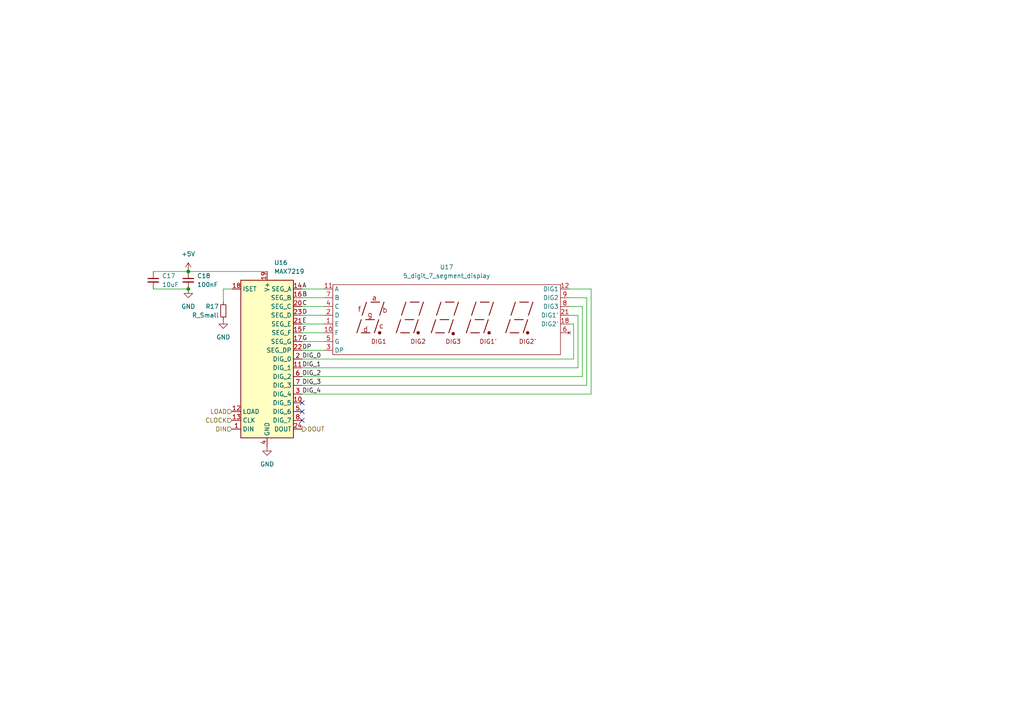
<source format=kicad_sch>
(kicad_sch (version 20211123) (generator eeschema)
  (paper "A4")
  (lib_symbols
    (symbol "Device:C_Small" (pin_numbers hide) (pin_names (offset 0.254) hide)
      (property "Reference" "C" (at 0.254 1.778 0))
      (property "Value" "C_Small" (at 0.254 -2.032 0))
      (symbol "C_Small_0_1"
        (polyline (pts (xy -1.524 -0.508) (xy 1.524 -0.508)) (stroke (width 0.3302)))
        (polyline (pts (xy -1.524 0.508) (xy 1.524 0.508)) (stroke (width 0.3048)))
      )
      (symbol "C_Small_1_1"
        (pin passive line (at 0 2.54 270) (length 2.032) (name "~") (number "1"))
        (pin passive line (at 0 -2.54 90) (length 2.032) (name "~") (number "2"))
      )
    )
    (symbol "Device:R_Small" (pin_numbers hide) (pin_names (offset 0.254) hide)
      (property "Reference" "R" (at 0.762 0.508 0))
      (property "Value" "R_Small" (at 0.762 -1.016 0))
      (symbol "R_Small_0_1"
        (rectangle (start -0.762 1.778) (end 0.762 -1.778) (stroke (width 0.2032)))
      )
      (symbol "R_Small_1_1"
        (pin passive line (at 0 2.54 270) (length 0.762) (name "~") (number "1"))
        (pin passive line (at 0 -2.54 90) (length 0.762) (name "~") (number "2"))
      )
    )
    (symbol "Driver_LED:MAX7219"
      (property "Reference" "U" (at -6.35 24.13 0))
      (property "Value" "MAX7219" (at 1.27 25.4 0))
      (symbol "MAX7219_0_1"
        (rectangle (start -7.62 22.86) (end 7.62 -22.86) (stroke (width 0.254)) (fill (type background)))
      )
      (symbol "MAX7219_1_1"
        (pin input line (at -10.16 -20.32 0) (length 2.54) (name "DIN") (number "1"))
        (pin output line (at 10.16 -12.7 180) (length 2.54) (name "DIG_5") (number "10"))
        (pin output line (at 10.16 -2.54 180) (length 2.54) (name "DIG_1") (number "11"))
        (pin input line (at -10.16 -15.24 0) (length 2.54) (name "LOAD") (number "12"))
        (pin input line (at -10.16 -17.78 0) (length 2.54) (name "CLK") (number "13"))
        (pin output line (at 10.16 20.32 180) (length 2.54) (name "SEG_A") (number "14"))
        (pin output line (at 10.16 7.62 180) (length 2.54) (name "SEG_F") (number "15"))
        (pin output line (at 10.16 17.78 180) (length 2.54) (name "SEG_B") (number "16"))
        (pin output line (at 10.16 5.08 180) (length 2.54) (name "SEG_G") (number "17"))
        (pin input line (at -10.16 20.32 0) (length 2.54) (name "ISET") (number "18"))
        (pin power_in line (at 0 25.4 270) (length 2.54) (name "V+") (number "19"))
        (pin output line (at 10.16 0 180) (length 2.54) (name "DIG_0") (number "2"))
        (pin output line (at 10.16 15.24 180) (length 2.54) (name "SEG_C") (number "20"))
        (pin output line (at 10.16 10.16 180) (length 2.54) (name "SEG_E") (number "21"))
        (pin output line (at 10.16 2.54 180) (length 2.54) (name "SEG_DP") (number "22"))
        (pin output line (at 10.16 12.7 180) (length 2.54) (name "SEG_D") (number "23"))
        (pin output line (at 10.16 -20.32 180) (length 2.54) (name "DOUT") (number "24"))
        (pin output line (at 10.16 -10.16 180) (length 2.54) (name "DIG_4") (number "3"))
        (pin power_in line (at 0 -25.4 90) (length 2.54) (name "GND") (number "4"))
        (pin output line (at 10.16 -15.24 180) (length 2.54) (name "DIG_6") (number "5"))
        (pin output line (at 10.16 -5.08 180) (length 2.54) (name "DIG_2") (number "6"))
        (pin output line (at 10.16 -7.62 180) (length 2.54) (name "DIG_3") (number "7"))
        (pin output line (at 10.16 -17.78 180) (length 2.54) (name "DIG_7") (number "8"))
        (pin passive line (at 0 -25.4 90) (length 2.54) hide (name "GND") (number "9"))
      )
    )
    (symbol "Generic-radio-stack:5_digit_7_segment_display"
      (property "Reference" "U" (at 0 -11.43 0))
      (property "Value" "5_digit_7_segment_display" (at 0 11.43 0))
      (symbol "5_digit_7_segment_display_0_0"
        (polyline (pts (xy -26.035 -3.81) (xy -24.765 0)) (stroke (width 0.254)))
        (polyline (pts (xy -24.765 -3.81) (xy -22.225 -3.81)) (stroke (width 0.254)))
        (polyline (pts (xy -24.511 1.27) (xy -23.241 5.08)) (stroke (width 0.254)))
        (polyline (pts (xy -23.495 0) (xy -20.955 0)) (stroke (width 0.254)))
        (polyline (pts (xy -21.971 5.08) (xy -19.431 5.08)) (stroke (width 0.254)))
        (polyline (pts (xy -20.955 -3.81) (xy -19.685 0)) (stroke (width 0.254)))
        (polyline (pts (xy -19.431 1.27) (xy -18.161 5.08)) (stroke (width 0.254)))
        (polyline (pts (xy -14.605 -3.81) (xy -13.335 0)) (stroke (width 0.254)))
        (polyline (pts (xy -13.335 -3.81) (xy -10.795 -3.81)) (stroke (width 0.254)))
        (polyline (pts (xy -13.081 1.27) (xy -11.811 5.08)) (stroke (width 0.254)))
        (polyline (pts (xy -12.065 0) (xy -9.525 0)) (stroke (width 0.254)))
        (polyline (pts (xy -10.541 5.08) (xy -8.001 5.08)) (stroke (width 0.254)))
        (polyline (pts (xy -9.525 -3.81) (xy -8.255 0)) (stroke (width 0.254)))
        (polyline (pts (xy -8.001 1.27) (xy -6.731 5.08)) (stroke (width 0.254)))
        (polyline (pts (xy -4.445 -3.81) (xy -3.175 0)) (stroke (width 0.254)))
        (polyline (pts (xy -3.175 -3.81) (xy -0.635 -3.81)) (stroke (width 0.254)))
        (polyline (pts (xy -2.921 1.27) (xy -1.651 5.08)) (stroke (width 0.254)))
        (polyline (pts (xy -1.905 0) (xy 0.635 0)) (stroke (width 0.254)))
        (polyline (pts (xy -0.381 5.08) (xy 2.159 5.08)) (stroke (width 0.254)))
        (polyline (pts (xy 0.635 -3.81) (xy 1.905 0)) (stroke (width 0.254)))
        (polyline (pts (xy 2.159 1.27) (xy 3.429 5.08)) (stroke (width 0.254)))
        (polyline (pts (xy 5.715 -3.81) (xy 6.985 0)) (stroke (width 0.254)))
        (polyline (pts (xy 6.985 -3.81) (xy 9.525 -3.81)) (stroke (width 0.254)))
        (polyline (pts (xy 7.239 1.27) (xy 8.509 5.08)) (stroke (width 0.254)))
        (polyline (pts (xy 8.255 0) (xy 10.795 0)) (stroke (width 0.254)))
        (polyline (pts (xy 9.779 5.08) (xy 12.319 5.08)) (stroke (width 0.254)))
        (polyline (pts (xy 10.795 -3.81) (xy 12.065 0)) (stroke (width 0.254)))
        (polyline (pts (xy 12.319 1.27) (xy 13.589 5.08)) (stroke (width 0.254)))
        (polyline (pts (xy 17.145 -3.81) (xy 18.415 0)) (stroke (width 0.254)))
        (polyline (pts (xy 18.415 -3.81) (xy 20.955 -3.81)) (stroke (width 0.254)))
        (polyline (pts (xy 18.669 1.27) (xy 19.939 5.08)) (stroke (width 0.254)))
        (polyline (pts (xy 19.685 0) (xy 22.225 0)) (stroke (width 0.254)))
        (polyline (pts (xy 21.209 5.08) (xy 23.749 5.08)) (stroke (width 0.254)))
        (polyline (pts (xy 22.225 -3.81) (xy 23.495 0)) (stroke (width 0.254)))
        (polyline (pts (xy 23.749 1.27) (xy 25.019 5.08)) (stroke (width 0.254)))
        (text "a" (at -20.955 6.35 0) (effects (font (size 1.524 1.524))))
        (text "b" (at -17.907 2.794 0) (effects (font (size 1.524 1.524))))
        (text "c" (at -18.923 -1.778 0) (effects (font (size 1.524 1.524))))
        (text "d" (at -23.495 -2.794 0) (effects (font (size 1.524 1.524))))
        (text "DIG1" (at -19.685 -6.35 0) (effects (font (size 1.27 1.27))))
        (text "DIG1'" (at 12.065 -6.35 0) (effects (font (size 1.27 1.27))))
        (text "DIG2" (at -8.255 -6.35 0) (effects (font (size 1.27 1.27))))
        (text "DIG2'" (at 23.495 -6.35 0) (effects (font (size 1.27 1.27))))
        (text "DIG3" (at 1.905 -6.35 0) (effects (font (size 1.27 1.27))))
        (text "f" (at -25.273 3.048 0) (effects (font (size 1.524 1.524))))
        (text "g" (at -22.225 1.524 0) (effects (font (size 1.524 1.524))))
        (pin input line (at -35.56 -1.27 0) (length 2.54) (name "E") (number "1"))
        (pin input line (at -35.56 -3.81 0) (length 2.54) (name "F") (number "10"))
        (pin input line (at -35.56 8.89 0) (length 2.54) (name "A") (number "11"))
        (pin input line (at 35.56 8.89 180) (length 2.54) (name "DIG1") (number "12"))
        (pin input line (at -35.56 -1.27 0) (length 2.54) hide (name "E'") (number "13"))
        (pin input line (at -35.56 1.27 0) (length 2.54) hide (name "D'") (number "14"))
        (pin input line (at -35.56 3.81 0) (length 2.54) hide (name "C'") (number "15"))
        (pin input line (at -35.56 -6.35 0) (length 2.54) hide (name "G'") (number "16"))
        (pin input line (at -35.56 -8.89 0) (length 2.54) hide (name "DP'") (number "17"))
        (pin input line (at 35.56 -1.27 180) (length 2.54) (name "DIG2'") (number "18"))
        (pin input line (at -35.56 8.89 0) (length 2.54) hide (name "A'") (number "19"))
        (pin input line (at -35.56 1.27 0) (length 2.54) (name "D") (number "2"))
        (pin input line (at -35.56 6.35 0) (length 2.54) hide (name "B'") (number "20"))
        (pin input line (at 35.56 1.27 180) (length 2.54) (name "DIG1'") (number "21"))
        (pin input line (at -35.56 -3.81 0) (length 2.54) hide (name "F'") (number "22"))
        (pin input line (at -35.56 -8.89 0) (length 2.54) (name "DP") (number "3"))
        (pin input line (at -35.56 3.81 0) (length 2.54) (name "C") (number "4"))
        (pin input line (at -35.56 -6.35 0) (length 2.54) (name "G") (number "5"))
        (pin no_connect line (at 35.56 -3.81 180) (length 2.54) (name "") (number "6"))
        (pin input line (at -35.56 6.35 0) (length 2.54) (name "B") (number "7"))
        (pin input line (at 35.56 3.81 180) (length 2.54) (name "DIG3") (number "8"))
        (pin input line (at 35.56 6.35 180) (length 2.54) (name "DIG2") (number "9"))
      )
      (symbol "5_digit_7_segment_display_0_1"
        (rectangle (start -33.02 10.16) (end 33.02 -10.16))
        (circle (center -19.431 -3.81) (radius 0.3556) (stroke (width 0.254)) (fill (type outline)))
        (circle (center -8.255 -3.81) (radius 0.3556) (stroke (width 0.254)) (fill (type outline)))
        (circle (center 12.319 -3.81) (radius 0.3556) (stroke (width 0.254)) (fill (type outline)))
        (circle (center 23.495 -3.81) (radius 0.3556) (stroke (width 0.254)) (fill (type outline)))
      )
      (symbol "5_digit_7_segment_display_1_0"
        (circle (center 1.905 -4.064) (radius 0.3556) (stroke (width 0.254)) (fill (type outline)))
      )
    )
    (symbol "power:+5V" (power) (pin_names (offset 0))
      (property "Value" "+5V" (at 0 3.556 0))
      (symbol "+5V_0_1"
        (polyline (pts (xy -0.762 1.27) (xy 0 2.54)))
        (polyline (pts (xy 0 0) (xy 0 2.54)))
        (polyline (pts (xy 0 2.54) (xy 0.762 1.27)))
      )
      (symbol "+5V_1_1"
        (pin power_in line (at 0 0 90) (length 0) hide (name "+5V") (number "1"))
      )
    )
    (symbol "power:GND" (power) (pin_names (offset 0))
      (property "Value" "GND" (at 0 -3.81 0))
      (symbol "GND_0_1"
        (polyline (pts (xy 0 0) (xy 0 -1.27) (xy 1.27 -1.27) (xy 0 -2.54) (xy -1.27 -1.27) (xy 0 -1.27)))
      )
      (symbol "GND_1_1"
        (pin power_in line (at 0 0 270) (length 0) hide (name "GND") (number "1"))
      )
    )
  )
  (junction (at 54.61 83.82))
  (junction (at 54.61 78.74))
  (no_connect (at 87.63 116.84))
  (no_connect (at 87.63 119.38))
  (no_connect (at 87.63 121.92))
  (wire (pts (xy 64.77 83.82) (xy 64.77 87.63)))
  (wire (pts (xy 168.91 109.22) (xy 168.91 88.9)))
  (wire (pts (xy 87.63 106.68) (xy 167.64 106.68)))
  (wire (pts (xy 87.63 101.6) (xy 93.98 101.6)))
  (wire (pts (xy 171.45 83.82) (xy 165.1 83.82)))
  (wire (pts (xy 166.37 104.14) (xy 166.37 93.98)))
  (wire (pts (xy 87.63 109.22) (xy 168.91 109.22)))
  (wire (pts (xy 87.63 96.52) (xy 93.98 96.52)))
  (wire (pts (xy 54.61 78.74) (xy 77.47 78.74)))
  (wire (pts (xy 87.63 91.44) (xy 93.98 91.44)))
  (wire (pts (xy 44.45 83.82) (xy 54.61 83.82)))
  (wire (pts (xy 44.45 78.74) (xy 54.61 78.74)))
  (wire (pts (xy 166.37 93.98) (xy 165.1 93.98)))
  (wire (pts (xy 87.63 99.06) (xy 93.98 99.06)))
  (wire (pts (xy 87.63 83.82) (xy 93.98 83.82)))
  (wire (pts (xy 165.1 86.36) (xy 170.18 86.36)))
  (wire (pts (xy 168.91 88.9) (xy 165.1 88.9)))
  (wire (pts (xy 167.64 106.68) (xy 167.64 91.44)))
  (wire (pts (xy 87.63 93.98) (xy 93.98 93.98)))
  (wire (pts (xy 87.63 111.76) (xy 170.18 111.76)))
  (wire (pts (xy 87.63 104.14) (xy 166.37 104.14)))
  (wire (pts (xy 170.18 111.76) (xy 170.18 86.36)))
  (wire (pts (xy 167.64 91.44) (xy 165.1 91.44)))
  (wire (pts (xy 87.63 114.3) (xy 171.45 114.3)))
  (wire (pts (xy 67.31 83.82) (xy 64.77 83.82)))
  (wire (pts (xy 87.63 86.36) (xy 93.98 86.36)))
  (wire (pts (xy 171.45 114.3) (xy 171.45 83.82)))
  (wire (pts (xy 87.63 88.9) (xy 93.98 88.9)))
  (label "A" (at 87.63 83.82 0))
  (label "D" (at 87.63 91.44 0))
  (label "DIG_4" (at 87.63 114.3 0))
  (label "F" (at 87.63 96.52 0))
  (label "E" (at 87.63 93.98 0))
  (label "DIG_0" (at 87.63 104.14 0))
  (label "DP" (at 87.63 101.6 0))
  (label "DIG_2" (at 87.63 109.22 0))
  (label "C" (at 87.63 88.9 0))
  (label "DIG_3" (at 87.63 111.76 0))
  (label "G" (at 87.63 99.06 0))
  (label "DIG_1" (at 87.63 106.68 0))
  (label "B" (at 87.63 86.36 0))
  (hierarchical_label "LOAD" (shape input) (at 67.31 119.38 180))
  (hierarchical_label "DIN" (shape input) (at 67.31 124.46 180))
  (hierarchical_label "CLOCK" (shape input) (at 67.31 121.92 180))
  (hierarchical_label "DOUT" (shape output) (at 87.63 124.46 0))
  (symbol (lib_id "power:GND") (at 64.77 92.71 0)
    (property "Reference" "#PWR042" (effects hide))
    (property "Value" "GND" (at 64.77 97.79 0))
  )
  (symbol (lib_id "Device:C_Small") (at 54.61 81.28 0)
    (property "Reference" "C18" (at 57.15 80.0162 0) (effects (justify left)))
    (property "Value" "100nF" (at 57.15 82.5562 0) (effects (justify left)))
    (property "Footprint" "Generic-radio-stack:Perfect_0402" (effects hide))
  )
  (symbol (lib_id "Device:R_Small") (at 64.77 90.17 0)
    (property "Reference" "R17" (at 63.5 88.9 0) (effects (justify right)))
    (property "Value" "R_Small" (at 63.5 91.44 0) (effects (justify right)))
    (property "Footprint" "Generic-radio-stack:Perfect_0402" (effects hide))
  )
  (symbol (lib_id "power:GND") (at 77.47 129.54 0)
    (property "Reference" "#PWR043" (effects hide))
    (property "Value" "GND" (at 77.47 134.62 0))
  )
  (symbol (lib_id "Driver_LED:MAX7219") (at 77.47 104.14 0)
    (property "Reference" "U16" (at 79.4894 76.2 0) (effects (justify left)))
    (property "Value" "MAX7219" (at 79.4894 78.74 0) (effects (justify left)))
    (property "Footprint" "Package_SO:SOIC-24W_7.5x15.4mm_P1.27mm" (effects hide))
    (property "Datasheet" "https://datasheets.maximintegrated.com/en/ds/MAX7219-MAX7221.pdf" (effects hide))
  )
  (symbol (lib_id "power:GND") (at 54.61 83.82 0)
    (property "Reference" "#PWR041" (effects hide))
    (property "Value" "GND" (at 54.61 88.9 0))
  )
  (symbol (lib_id "power:+5V") (at 54.61 78.74 0)
    (property "Reference" "#PWR040" (effects hide))
    (property "Value" "+5V" (at 54.61 73.66 0))
  )
  (symbol (lib_id "Generic-radio-stack:5_digit_7_segment_display") (at 129.54 92.71 0)
    (property "Reference" "U17" (at 129.54 77.47 0))
    (property "Value" "5_digit_7_segment_display" (at 129.54 80.01 0))
    (property "Footprint" "Generic-radio-stack:5 digit (3+2) 7 segment LED display" (effects hide))
  )
  (symbol (lib_id "Device:C_Small") (at 44.45 81.28 0)
    (property "Reference" "C17" (at 46.99 80.0162 0) (effects (justify left)))
    (property "Value" "10uF" (at 46.99 82.5562 0) (effects (justify left)))
    (property "Footprint" "Generic-radio-stack:Perfect_0402" (effects hide))
  )
)
</source>
